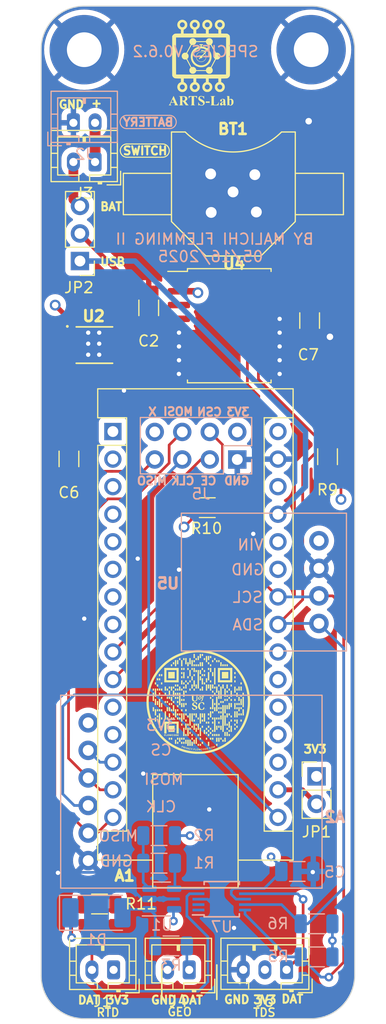
<source format=kicad_pcb>
(kicad_pcb (version 20241229) (generator "pcbnew") (generator_version "9.0")
  (layers (0 "F.Cu" mixed "Single-GND-Front") (4 "In1.Cu" power "AGND Plane") (6 "In2.Cu" power "3V3 Power Plane") (2 "B.Cu" mixed "Single-GND-Back") (13 "F.Paste" user) (15 "B.Paste" user) (5 "F.SilkS" user "F.Silkscreen") (7 "B.SilkS" user "B.Silkscreen") (1 "F.Mask" user) (3 "B.Mask" user) (25 "Edge.Cuts" user))
  (net 0 "")
  (net 4 "GND")
  (net 9 "CE")
  (net 10 "CSN")
  (net 11 "RTD")
  (net 13 "SD_CS")
  (net 14 "MOSI")
  (net 15 "MISO")
  (net 16 "CLK")
  (net 17 "3V3")
  (net 18 "Net-(JP2-C)")
  (net 19 "EC_DATA")
  (net 23 "SDA")
  (net 24 "SCL")
  (net 28 "Net-(BT1-+)")
  (net 29 "BATT")
  (net 31 "GEOPHONE")
  (net 32 "GNDA")
  (net 37 "Net-(D1-A)")
  (net 38 "Net-(U7-AIN1)")
  (net 39 "Net-(U1--)")
  (net 45 "Net-(A1-3V3)")
  (net 46 "+BATT")
  (net 47 "5V0")
  (footprint "Connector_PinSocket_2.54mm:PinSocket_2x04_P2.54mm_Vertical" (layer "F.Cu") (at 180.93 94.11 -90)
    (property "Reference" "J5" (at 3.172 3.35 0) (layer "B.SilkS") (effects (justify mirror)))
    (property "Value" "Conn_02x04")
    (pad "1" thru_hole rect (at 0 0 270) (size 1.7 1.7) (drill 1) (layers "*.Cu" "*.Mask") (net 4 "GND"))
    (pad "2" thru_hole oval (at -2.54 0 270) (size 1.7 1.7) (drill 1) (layers "*.Cu" "*.Mask") (net 17 "3V3"))
    (pad "3" thru_hole oval (at 0 2.54 270) (size 1.7 1.7) (drill 1) (layers "*.Cu" "*.Mask") (net 9 "CE"))
    (pad "4" thru_hole oval (at -2.54 2.54 270) (size 1.7 1.7) (drill 1) (layers "*.Cu" "*.Mask") (net 10 "CSN"))
    (pad "5" thru_hole oval (at 0 5.08 270) (size 1.7 1.7) (drill 1) (layers "*.Cu" "*.Mask") (net 16 "CLK"))
    (pad "6" thru_hole oval (at -2.54 5.08 270) (size 1.7 1.7) (drill 1) (layers "*.Cu" "*.Mask") (net 14 "MOSI"))
    (pad "7" thru_hole oval (at 0 7.62 270) (size 1.7 1.7) (drill 1) (layers "*.Cu" "*.Mask") (net 15 "MISO"))
    (pad "8" thru_hole oval (at -2.54 7.62 270) (size 1.7 1.7) (drill 1) (layers "*.Cu" "*.Mask"))
  )
  (footprint "MountingHole:MountingHole_3.2mm_M3_Pad" (layer "F.Cu") (at 166.8 56.34)
    (property "Reference" "H1" (hide yes))
    (property "Value" "MountingHole_Pad")
    (pad "1" thru_hole circle (at 0 0) (size 6.4 6.4) (drill 3.2) (layers "*.Cu" "*.Mask") (net 4 "GND"))
  )
  (footprint "Connector_PinHeader_2.54mm:PinHeader_1x02_P2.54mm_Vertical" (layer "F.Cu") (at 188.248 123.316)
    (property "Reference" "JP1" (at 0 5.114 0) (layer "F.SilkS"))
    (property "Value" "Jumper_2")
    (pad "1" thru_hole rect (at 0 0) (size 1.7 1.7) (drill 1) (layers "*.Cu" "*.Mask") (net 17 "3V3"))
    (pad "2" thru_hole oval (at 0 2.54) (size 1.7 1.7) (drill 1) (layers "*.Cu" "*.Mask") (net 45 "Net-(A1-3V3)"))
  )
  (footprint "kitest:battery_holder_10mm" (layer "F.Cu") (at 180.57 69.64)
    (property "Reference" "BT1" (at -0.04 -5.99 180) (layer "F.SilkS") (effects (font (thickness 0.25) (bold yes))))
    (property "Value" "Battery_Cell")
    (pad "1" smd rect (at -8.255 0 270) (size 3.5 3.5) (layers "F.Cu" "F.Mask") (net 28 "Net-(BT1-+)"))
    (pad "1" smd rect (at 8.255 0 270) (size 3.5 3.5) (layers "F.Cu" "F.Mask") (net 28 "Net-(BT1-+)"))
    (pad "2" smd circle (at 0 0 270) (size 8 8) (layers "F.Cu" "F.Mask") (net 4 "GND"))
  )
  (footprint "custom:JST_PH_B3B-PH-K_1x03_P2.00mm_Vertical" (layer "F.Cu") (at 185.48 141.14 180)
    (property "Reference" "J6" (at 2 -2.9 180) (layer "F.SilkS"))
    (property "Value" "EC")
    (pad "1" thru_hole roundrect (at 0 0 180) (size 1.2 1.75) (drill 0.75) (layers "*.Cu" "*.Mask") (roundrect_rratio 0.208333) (net 19 "EC_DATA"))
    (pad "2" thru_hole oval (at 2 0 180) (size 1.2 1.75) (drill 0.75) (layers "*.Cu" "*.Mask") (net 17 "3V3"))
    (pad "3" thru_hole oval (at 4 0 180) (size 1.2 1.75) (drill 0.75) (layers "*.Cu" "*.Mask") (net 4 "GND"))
  )
  (footprint "kitest:ARTS_lab_logo" (layer "F.Cu") (at 177.58 57.53)
    (property "Reference" "G***" (hide yes))
    (property "Value" "LOGO" (hide yes))
  )
  (footprint "footprint:RH_8_1_ADI" (layer "F.Cu") (at 167.739 83.565)
    (property "Reference" "U2" (at -0.065 -2.667 0) (layer "F.SilkS") (effects (font (thickness 0.25) (bold yes))))
    (property "Value" "ADP124ARHZ-3.3-R7")
    (pad "1" smd rect (at -2.174999 -0.974999) (size 1.4112 0.4508) (layers "F.Cu" "F.Mask" "F.Paste") (net 17 "3V3"))
    (pad "2" smd rect (at -2.174999 -0.325001) (size 1.4112 0.4508) (layers "F.Cu" "F.Mask" "F.Paste") (net 17 "3V3"))
    (pad "3" smd rect (at -2.174999 0.325001) (size 1.4112 0.4508) (layers "F.Cu" "F.Mask" "F.Paste") (net 17 "3V3"))
    (pad "4" smd rect (at -2.174999 0.974999) (size 1.4112 0.4508) (layers "F.Cu" "F.Mask" "F.Paste") (net 4 "GND"))
    (pad "5" smd rect (at 2.174999 0.974999) (size 1.4112 0.4508) (layers "F.Cu" "F.Mask" "F.Paste") (net 18 "Net-(JP2-C)"))
    (pad "6" smd rect (at 2.174999 0.325001) (size 1.4112 0.4508) (layers "F.Cu" "F.Mask" "F.Paste"))
    (pad "7" smd rect (at 2.174999 -0.325001) (size 1.4112 0.4508) (layers "F.Cu" "F.Mask" "F.Paste") (net 18 "Net-(JP2-C)"))
    (pad "8" smd rect (at 2.174999 -0.974999) (size 1.4112 0.4508) (layers "F.Cu" "F.Mask" "F.Paste") (net 18 "Net-(JP2-C)"))
    (pad "EPAD" smd rect (at 0 0) (size 1.83 2.26) (layers "F.Cu" "F.Mask" "F.Paste") (net 4 "GND"))
  )
  (footprint "Resistor_SMD:R_1206_3216Metric" (layer "F.Cu") (at 189.264 93.852 90)
    (property "Reference" "R9" (at -3.048 0 180) (layer "F.SilkS"))
    (property "Value" "R_1kOhm")
    (pad "1" smd roundrect (at -1.4625 0 90) (size 1.125 1.75) (layers "F.Cu" "F.Mask" "F.Paste") (roundrect_rratio 0.222222) (net 17 "3V3"))
    (pad "2" smd roundrect (at 1.4625 0 90) (size 1.125 1.75) (layers "F.Cu" "F.Mask" "F.Paste") (roundrect_rratio 0.222222) (net 23 "SDA"))
  )
  (footprint "Connector_PinHeader_2.54mm:PinHeader_1x03_P2.54mm_Vertical" (layer "F.Cu") (at 166.404 75.818 180)
    (property "Reference" "JP2" (at 0.094 -2.452 0) (layer "F.SilkS"))
    (property "Value" "Jumper_3")
    (pad "1" thru_hole rect (at 0 0 180) (size 1.7 1.7) (drill 1) (layers "*.Cu" "*.Mask") (net 47 "5V0"))
    (pad "2" thru_hole oval (at 0 2.54 180) (size 1.7 1.7) (drill 1) (layers "*.Cu" "*.Mask") (net 18 "Net-(JP2-C)"))
    (pad "3" thru_hole oval (at 0 5.08 180) (size 1.7 1.7) (drill 1) (layers "*.Cu" "*.Mask") (net 29 "BATT"))
  )
  (footprint "custom:JST_PH_B2B-PH-K_1x02_P2.00mm_Vertical" (layer "F.Cu") (at 176.49 141.15 180)
    (property "Reference" "J4" (at 1 -2.9 180) (layer "F.SilkS"))
    (property "Value" "GEO")
    (pad "1" thru_hole roundrect (at 0 0 180) (size 1.2 1.75) (drill 0.75) (layers "*.Cu" "*.Mask") (roundrect_rratio 0.208333) (net 31 "GEOPHONE"))
    (pad "2" thru_hole oval (at 2 0 180) (size 1.2 1.75) (drill 0.75) (layers "*.Cu" "*.Mask") (net 32 "GNDA"))
  )
  (footprint "Capacitor_SMD:C_1206_3216Metric" (layer "F.Cu") (at 165.388 94.057 -90)
    (property "Reference" "C6" (at 3.097 0 0) (layer "F.SilkS"))
    (property "Value" "C_1uF")
    (pad "1" smd roundrect (at -1.475 0 270) (size 1.15 1.8) (layers "F.Cu" "F.Mask" "F.Paste") (roundrect_rratio 0.217391) (net 17 "3V3"))
    (pad "2" smd roundrect (at 1.475 0 270) (size 1.15 1.8) (layers "F.Cu" "F.Mask" "F.Paste") (roundrect_rratio 0.217391) (net 4 "GND"))
  )
  (footprint "Resistor_SMD:R_1206_3216Metric" (layer "F.Cu") (at 168.21 135.08 180)
    (property "Reference" "R11" (at -3.83 0.01 180) (layer "F.SilkS"))
    (property "Value" "R_10K")
    (pad "1" smd roundrect (at -1.4625 0 180) (size 1.125 1.75) (layers "F.Cu" "F.Mask" "F.Paste") (roundrect_rratio 0.222222) (net 11 "RTD"))
    (pad "2" smd roundrect (at 1.4625 0 180) (size 1.125 1.75) (layers "F.Cu" "F.Mask" "F.Paste") (roundrect_rratio 0.222222) (net 32 "GNDA"))
  )
  (footprint "Module:Arduino_Nano" (layer "F.Cu") (at 169.445 91.535)
    (property "Reference" "A1" (at 1.085 40.935 180) (layer "F.SilkS") (effects (font (thickness 0.25) (bold yes))))
    (property "Value" "Arduino Nano")
    (pad "1" thru_hole rect (at 0 0) (size 1.6 1.6) (drill 1) (layers "*.Cu" "*.Mask"))
    (pad "2" thru_hole oval (at 0 2.54) (size 1.6 1.6) (drill 1) (layers "*.Cu" "*.Mask"))
    (pad "3" thru_hole oval (at 0 5.08) (size 1.6 1.6) (drill 1) (layers "*.Cu" "*.Mask"))
    (pad "4" thru_hole oval (at 0 7.62) (size 1.6 1.6) (drill 1) (layers "*.Cu" "*.Mask") (net 32 "GNDA"))
    (pad "5" thru_hole oval (at 0 10.16) (size 1.6 1.6) (drill 1) (layers "*.Cu" "*.Mask"))
    (pad "6" thru_hole oval (at 0 12.7) (size 1.6 1.6) (drill 1) (layers "*.Cu" "*.Mask"))
    (pad "7" thru_hole oval (at 0 15.24) (size 1.6 1.6) (drill 1) (layers "*.Cu" "*.Mask"))
    (pad "8" thru_hole oval (at 0 17.78) (size 1.6 1.6) (drill 1) (layers "*.Cu" "*.Mask"))
    (pad "9" thru_hole oval (at 0 20.32) (size 1.6 1.6) (drill 1) (layers "*.Cu" "*.Mask") (net 9 "CE"))
    (pad "10" thru_hole oval (at 0 22.86) (size 1.6 1.6) (drill 1) (layers "*.Cu" "*.Mask") (net 10 "CSN"))
    (pad "11" thru_hole oval (at 0 25.4) (size 1.6 1.6) (drill 1) (layers "*.Cu" "*.Mask"))
    (pad "12" thru_hole oval (at 0 27.94) (size 1.6 1.6) (drill 1) (layers "*.Cu" "*.Mask"))
    (pad "13" thru_hole oval (at 0 30.48) (size 1.6 1.6) (drill 1) (layers "*.Cu" "*.Mask") (net 13 "SD_CS"))
    (pad "14" thru_hole oval (at 0 33.02) (size 1.6 1.6) (drill 1) (layers "*.Cu" "*.Mask") (net 14 "MOSI"))
    (pad "15" thru_hole oval (at 0 35.56) (size 1.6 1.6) (drill 1) (layers "*.Cu" "*.Mask") (net 15 "MISO"))
    (pad "16" thru_hole oval (at 15.24 35.56) (size 1.6 1.6) (drill 1) (layers "*.Cu" "*.Mask") (net 16 "CLK"))
    (pad "17" thru_hole oval (at 15.24 33.02) (size 1.6 1.6) (drill 1) (layers "*.Cu" "*.Mask") (net 45 "Net-(A1-3V3)"))
    (pad "18" thru_hole oval (at 15.24 30.48) (size 1.6 1.6) (drill 1) (layers "*.Cu" "*.Mask") (net 17 "3V3"))
    (pad "19" thru_hole oval (at 15.24 27.94) (size 1.6 1.6) (drill 1) (layers "*.Cu" "*.Mask"))
    (pad "20" thru_hole oval (at 15.24 25.4) (size 1.6 1.6) (drill 1) (layers "*.Cu" "*.Mask"))
    (pad "21" thru_hole oval (at 15.24 22.86) (size 1.6 1.6) (drill 1) (layers "*.Cu" "*.Mask"))
    (pad "22" thru_hole oval (at 15.24 20.32) (size 1.6 1.6) (drill 1) (layers "*.Cu" "*.Mask"))
    (pad "23" thru_hole oval (at 15.24 17.78) (size 1.6 1.6) (drill 1) (layers "*.Cu" "*.Mask") (net 23 "SDA"))
    (pad "24" thru_hole oval (at 15.24 15.24) (size 1.6 1.6) (drill 1) (layers "*.Cu" "*.Mask") (net 24 "SCL"))
    (pad "25" thru_hole oval (at 15.24 12.7) (size 1.6 1.6) (drill 1) (layers "*.Cu" "*.Mask"))
    (pad "26" thru_hole oval (at 15.24 10.16) (size 1.6 1.6) (drill 1) (layers "*.Cu" "*.Mask"))
    (pad "27" thru_hole oval (at 15.24 7.62) (size 1.6 1.6) (drill 1) (layers "*.Cu" "*.Mask") (net 47 "5V0"))
    (pad "28" thru_hole oval (at 15.24 5.08) (size 1.6 1.6) (drill 1) (layers "*.Cu" "*.Mask"))
    (pad "29" thru_hole oval (at 15.24 2.54) (size 1.6 1.6) (drill 1) (layers "*.Cu" "*.Mask") (net 4 "GND"))
    (pad "30" thru_hole oval (at 15.24 0) (size 1.6 1.6) (drill 1) (layers "*.Cu" "*.Mask"))
  )
  (footprint "custom:JST_PH_B2B-PH-K_1x02_P2.00mm_Vertical" (layer "F.Cu") (at 169.51 141.15 180)
    (property "Reference" "J1" (at 1 -2.9 180) (layer "F.SilkS"))
    (property "Value" "RTD")
    (pad "1" thru_hole roundrect (at 0 0 180) (size 1.2 1.75) (drill 0.75) (layers "*.Cu" "*.Mask") (roundrect_rratio 0.208333) (net 17 "3V3"))
    (pad "2" thru_hole oval (at 2 0 180) (size 1.2 1.75) (drill 0.75) (layers "*.Cu" "*.Mask") (net 11 "RTD"))
  )
  (footprint "Capacitor_SMD:C_1206_3216Metric" (layer "F.Cu") (at 172.754 80.136 90)
    (property "Reference" "C2" (at -3.048 0 180) (layer "F.SilkS"))
    (property "Value" "C_1uF")
    (pad "1" smd roundrect (at -1.475 0 90) (size 1.15 1.8) (layers "F.Cu" "F.Mask" "F.Paste") (roundrect_rratio 0.217391) (net 18 "Net-(JP2-C)"))
    (pad "2" smd roundrect (at 1.475 0 90) (size 1.15 1.8) (layers "F.Cu" "F.Mask" "F.Paste") (roundrect_rratio 0.217391) (net 4 "GND"))
  )
  (footprint "Package_SO:SOIC-16W_7.5x10.3mm_P1.27mm" (layer "F.Cu") (at 180.19 81.78)
    (property "Reference" "U4" (at 0.438 -5.708 0) (layer "F.SilkS") (effects (font (thickness 0.25) (bold yes))))
    (property "Value" "DS3231M")
    (pad "1" smd roundrect (at -4.65 -4.445) (size 2.05 0.6) (layers "F.Cu" "F.Mask" "F.Paste"))
    (pad "2" smd roundrect (at -4.65 -3.175) (size 2.05 0.6) (layers "F.Cu" "F.Mask" "F.Paste") (net 17 "3V3"))
    (pad "3" smd roundrect (at -4.65 -1.905) (size 2.05 0.6) (layers "F.Cu" "F.Mask" "F.Paste"))
    (pad "4" smd roundrect (at -4.65 -0.635) (size 2.05 0.6) (layers "F.Cu" "F.Mask" "F.Paste"))
    (pad "5" smd roundrect (at -4.65 0.635) (size 2.05 0.6) (layers "F.Cu" "F.Mask" "F.Paste") (net 4 "GND"))
    (pad "6" smd roundrect (at -4.65 1.905) (size 2.05 0.6) (layers "F.Cu" "F.Mask" "F.Paste") (net 4 "GND"))
    (pad "7" smd roundrect (at -4.65 3.175) (size 2.05 0.6) (layers "F.Cu" "F.Mask" "F.Paste") (net 4 "GND"))
    (pad "8" smd roundrect (at -4.65 4.445) (size 2.05 0.6) (layers "F.Cu" "F.Mask" "F.Paste") (net 4 "GND"))
    (pad "9" smd roundrect (at 4.65 4.445) (size 2.05 0.6) (layers "F.Cu" "F.Mask" "F.Paste") (net 4 "GND"))
    (pad "10" smd roundrect (at 4.65 3.175) (size 2.05 0.6) (layers "F.Cu" "F.Mask" "F.Paste") (net 4 "GND"))
    (pad "11" smd roundrect (at 4.65 1.905) (size 2.05 0.6) (layers "F.Cu" "F.Mask" "F.Paste") (net 4 "GND"))
    (pad "12" smd roundrect (at 4.65 0.635) (size 2.05 0.6) (layers "F.Cu" "F.Mask" "F.Paste") (net 4 "GND"))
    (pad "13" smd roundrect (at 4.65 -0.635) (size 2.05 0.6) (layers "F.Cu" "F.Mask" "F.Paste") (net 4 "GND"))
    (pad "14" smd roundrect (at 4.65 -1.905) (size 2.05 0.6) (layers "F.Cu" "F.Mask" "F.Paste") (net 28 "Net-(BT1-+)"))
    (pad "15" smd roundrect (at 4.65 -3.175) (size 2.05 0.6) (layers "F.Cu" "F.Mask" "F.Paste") (net 23 "SDA"))
    (pad "16" smd roundrect (at 4.65 -4.445) (size 2.05 0.6) (layers "F.Cu" "F.Mask" "F.Paste") (net 24 "SCL"))
  )
  (footprint "custom:JST_PH_B2B-PH-K_1x02_P2.00mm_Vertical" (layer "F.Cu") (at 167.8 66.69 180)
    (property "Reference" "J3" (at 1 -2.9 180) (layer "F.SilkS"))
    (property "Value" "Conn_01x02")
    (pad "1" thru_hole roundrect (at 0 0 180) (size 1.2 1.75) (drill 0.75) (layers "*.Cu" "*.Mask") (roundrect_rratio 0.208333) (net 46 "+BATT"))
    (pad "2" thru_hole oval (at 2 0 180) (size 1.2 1.75) (drill 0.75) (layers "*.Cu" "*.Mask") (net 29 "BATT"))
  )
  (footprint "MountingHole:MountingHole_3.2mm_M3_Pad" (layer "F.Cu") (at 187.75 56.34)
    (property "Reference" "H2" (hide yes))
    (property "Value" "MountingHole_Pad")
    (pad "1" thru_hole circle (at 0 0) (size 6.4 6.4) (drill 3.2) (layers "*.Cu" "*.Mask") (net 4 "GND"))
  )
  (footprint "Capacitor_SMD:C_1206_3216Metric" (layer "F.Cu") (at 187.61 81.306 90)
    (property "Reference" "C7" (at -3.148 -0.124 180) (layer "F.SilkS"))
    (property "Value" "C_0.1uF")
    (pad "1" smd roundrect (at -1.475 0 90) (size 1.15 1.8) (layers "F.Cu" "F.Mask" "F.Paste") (roundrect_rratio 0.217391) (net 4 "GND"))
    (pad "2" smd roundrect (at 1.475 0 90) (size 1.15 1.8) (layers "F.Cu" "F.Mask" "F.Paste") (roundrect_rratio 0.217391) (net 28 "Net-(BT1-+)"))
  )
  (footprint "Resistor_SMD:R_1206_3216Metric" (layer "F.Cu") (at 178.16 98.55)
    (property "Reference" "R10" (at -0.072 1.906 0) (layer "F.SilkS"))
    (property "Value" "R_1kOhm")
    (pad "1" smd roundrect (at -1.4625 0) (size 1.125 1.75) (layers "F.Cu" "F.Mask" "F.Paste") (roundrect_rratio 0.222222) (net 17 "3V3"))
    (pad "2" smd roundrect (at 1.4625 0) (size 1.125 1.75) (layers "F.Cu" "F.Mask" "F.Paste") (roundrect_rratio 0.222222) (net 24 "SCL"))
  )
  (footprint "kitest:qrCode" (layer "B.Cu") (at 177.326 116.458 180)
    (property "Reference" "G***" (hide yes))
    (property "Value" "LOGO" (hide yes))
  )
  (footprint "kitest:SD Module" (layer "B.Cu") (at 178.595 134.8895 180)
    (property "Reference" "A2" (at -11.337 7.83 0) (layer "B.SilkS") (effects (font (thickness 0.25) (bold yes)) (justify mirror)))
    (property "Value" "SD_Card_Module")
    (fp_text user "3V3" (at 4.699 16.288 0) (layer "B.SilkS") (effects (justify mirror)))
    (fp_text user "CLK" (at 4.7066 8.7785 0) (layer "B.SilkS") (effects (justify mirror)))
    (fp_text user "MOSI" (at 4.445 11.303 0) (layer "B.SilkS") (effects (justify mirror)))
    (fp_text user "CS" (at 4.699 14.002 0) (layer "B.SilkS") (effects (justify mirror)))
    (fp_text user "MISO" (at 8.6436 6.0861 0) (layer "B.SilkS") (effects (justify mirror)))
    (fp_text user "GND" (at 8.8214 3.766 0) (layer "B.SilkS") (effects (justify mirror)))
    (pad "1" thru_hole circle (at 11.43 16.51 180) (size 1.8 1.8) (drill 1) (layers "*.Cu" "*.Mask") (net 17 "3V3"))
    (pad "2" thru_hole circle (at 11.43 13.97 180) (size 1.8 1.8) (drill 1) (layers "*.Cu" "*.Mask") (net 13 "SD_CS"))
    (pad "3" thru_hole circle (at 11.43 11.43 180) (size 1.8 1.8) (drill 1) (layers "*.Cu" "*.Mask") (net 14 "MOSI"))
    (pad "4" thru_hole circle (at 11.43 8.89 180) (size 1.8 1.8) (drill 1) (layers "*.Cu" "*.Mask") (net 16 "CLK"))
    (pad "5" thru_hole circle (at 11.43 6.35 180) (size 1.8 1.8) (drill 1) (layers "*.Cu" "*.Mask") (net 15 "MISO"))
    (pad "6" thru_hole circle (at 11.43 3.81 180) (size 1.8 1.8) (drill 1) (layers "*.Cu" "*.Mask") (net 4 "GND"))
  )
  (footprint "Resistor_SMD:R_1206_3216Metric" (layer "B.Cu") (at 188.248 139.954 180)
    (property "Reference" "R5" (at 3.5392 0.0508 0) (layer "B.SilkS") (effects (justify mirror)))
    (property "Value" "R_10K")
    (pad "1" smd roundrect (at -1.4625 0 180) (size 1.125 1.75) (layers "B.Cu" "B.Mask" "B.Paste") (roundrect_rratio 0.222222) (net 17 "3V3"))
    (pad "2" smd roundrect (at 1.4625 0 180) (size 1.125 1.75) (layers "B.Cu" "B.Mask" "B.Paste") (roundrect_rratio 0.222222) (net 24 "SCL"))
  )
  (footprint "custom:JST_PH_B2B-PH-K_1x02_P2.00mm_Vertical" (layer "B.Cu") (at 165.8 63.08)
    (property "Reference" "J2" (at 1 2.9 180) (layer "B.SilkS") (effects (justify mirror)))
    (property "Value" "Conn_01x02")
    (pad "1" thru_hole roundrect (at 0 0) (size 1.2 1.75) (drill 0.75) (layers "*.Cu" "*.Mask") (roundrect_rratio 0.208333) (net 4 "GND"))
    (pad "2" thru_hole oval (at 2 0) (size 1.2 1.75) (drill 0.75) (layers "*.Cu" "*.Mask") (net 46 "+BATT"))
  )
  (footprint "Diode_SMD:D_MELF" (layer "B.Cu") (at 167.928 135.89)
    (property "Reference" "D1" (at 0 2.5 0) (layer "B.SilkS") (effects (justify mirror)))
    (property "Value" "SMZ1_770mV")
    (pad "1" smd roundrect (at -2.4 0) (size 1.5 2.7) (layers "B.Cu" "B.Mask" "B.Paste") (roundrect_rratio 0.1666666667) (net 32 "GNDA"))
    (pad "2" smd roundrect (at 2.4 0) (size 1.5 2.7) (layers "B.Cu" "B.Mask" "B.Paste") (roundrect_rratio 0.1666666667) (net 37 "Net-(D1-A)"))
  )
  (footprint "Resistor_SMD:R_1206_3216Metric" (layer "B.Cu") (at 173.7085 128.778)
    (property "Reference" "R2" (at 4.1423 -0.0254 0) (layer "B.SilkS") (effects (justify mirror)))
    (property "Value" "R_7.5K")
    (pad "1" smd roundrect (at -1.4625 0) (size 1.125 1.75) (layers "B.Cu" "B.Mask" "B.Paste") (roundrect_rratio 0.222222) (net 39 "Net-(U1--)"))
    (pad "2" smd roundrect (at 1.4625 0) (size 1.125 1.75) (layers "B.Cu" "B.Mask" "B.Paste") (roundrect_rratio 0.222222) (net 32 "GNDA"))
  )
  (footprint "kitest:BME260" (layer "B.Cu") (at 183.388 105.41)
    (property "Reference" "U5" (at -8.856 0.126 180) (layer "B.SilkS") (effects (font (thickness 0.25) (bold yes)) (justify mirror)))
    (property "Value" "BME260")
    (fp_text user "VIN" (at -1.236 -3.43 180) (layer "B.SilkS") (effects (justify mirror)))
    (fp_text user "GND" (at -1.49 -1.144 180) (layer "B.SilkS") (effects (justify mirror)))
    (fp_text user "SDA" (at -1.49 3.936 180) (layer "B.SilkS") (effects (justify mirror)))
    (fp_text user "SCL" (at -1.49 1.396 180) (layer "B.SilkS") (effects (justify mirror)))
    (pad "10" thru_hole circle (at 5.08 -1.27) (size 1.8 1.8) (drill 1) (layers "*.Cu" "*.Mask") (net 4 "GND"))
    (pad "11" thru_hole circle (at 5.08 1.27) (size 1.8 1.8) (drill 1) (layers "*.Cu" "*.Mask") (net 24 "SCL"))
    (pad "12" thru_hole circle (at 5.08 3.81) (size 1.8 1.8) (drill 1) (layers "*.Cu" "*.Mask") (net 23 "SDA"))
    (pad "13" thru_hole circle (at 5.08 -3.81) (size 1.8 1.8) (drill 1) (layers "*.Cu" "*.Mask") (net 17 "3V3"))
  )
  (footprint "Resistor_SMD:R_1206_3216Metric" (layer "B.Cu") (at 173.7085 131.318 180)
    (property "Reference" "R1" (at -4.1423 0.0254 0) (layer "B.SilkS") (effects (justify mirror)))
    (property "Value" "R_32K")
    (pad "1" smd roundrect (at -1.4625 0 180) (size 1.125 1.75) (layers "B.Cu" "B.Mask" "B.Paste") (roundrect_rratio 0.222222) (net 38 "Net-(U7-AIN1)"))
    (pad "2" smd roundrect (at 1.4625 0 180) (size 1.125 1.75) (layers "B.Cu" "B.Mask" "B.Paste") (roundrect_rratio 0.222222) (net 39 "Net-(U1--)"))
  )
  (footprint "Resistor_SMD:R_1206_3216Metric" (layer "B.Cu") (at 174.8135 138.938 180)
    (property "Reference" "R3" (at 0 -1.778 0) (layer "B.SilkS") (effects (justify mirror)))
    (property "Value" "R_100")
    (pad "1" smd roundrect (at -1.4625 0 180) (size 1.125 1.75) (layers "B.Cu" "B.Mask" "B.Paste") (roundrect_rratio 0.222222) (net 31 "GEOPHONE"))
    (pad "2" smd roundrect (at 1.4625 0 180) (size 1.125 1.75) (layers "B.Cu" "B.Mask" "B.Paste") (roundrect_rratio 0.222222) (net 37 "Net-(D1-A)"))
  )
  (footprint "Capacitor_SMD:C_1206_3216Metric" (layer "B.Cu") (at 186.47 132.08)
    (property "Reference" "C5" (at 3.462 0.0595 0) (layer "B.SilkS") (effects (justify mirror)))
    (property "Value" "C_0.1uF")
    (pad "1" smd roundrect (at -1.475 0) (size 1.15 1.8) (layers "B.Cu" "B.Mask" "B.Paste") (roundrect_rratio 0.217391) (net 17 "3V3"))
    (pad "2" smd roundrect (at 1.475 0) (size 1.15 1.8) (layers "B.Cu" "B.Mask" "B.Paste") (roundrect_rratio 0.217391) (net 4 "GND"))
  )
  (footprint "Package_TO_SOT_SMD:SOT-23-5" (layer "B.Cu") (at 173.9625 134.62)
    (property "Reference" "U1" (at 0 2.4 0) (layer "B.SilkS") (effects (justify mirror)))
    (property "Value" "LM321")
    (pad "1" smd roundrect (at -1.1375 0.95) (size 1.325 0.6) (layers "B.Cu" "B.Mask" "B.Paste") (net 37 "Net-(D1-A)"))
    (pad "2" smd roundrect (at -1.1375 0) (size 1.325 0.6) (layers "B.Cu" "B.Mask" "B.Paste") (net 4 "GND"))
    (pad "3" smd roundrect (at -1.1375 -0.95) (size 1.325 0.6) (layers "B.Cu" "B.Mask" "B.Paste") (net 39 "Net-(U1--)"))
    (pad "4" smd roundrect (at 1.1375 -0.95) (size 1.325 0.6) (layers "B.Cu" "B.Mask" "B.Paste") (net 38 "Net-(U7-AIN1)"))
    (pad "5" smd roundrect (at 1.1375 0.95) (size 1.325 0.6) (layers "B.Cu" "B.Mask" "B.Paste") (net 17 "3V3"))
  )
  (footprint "Package_SO:TSSOP-10_3x3mm_P0.5mm" (layer "B.Cu") (at 179.494 134.636)
    (property "Reference" "U7" (at 0 2.55 0) (layer "B.SilkS") (effects (justify mirror)))
    (property "Value" "ADS1115IDGS")
    (pad "1" smd rect (at -2.15 1) (size 1.1 0.25) (layers "B.Cu" "B.Mask" "B.Paste"))
    (pad "2" smd rect (at -2.15 0.5) (size 1.1 0.25) (layers "B.Cu" "B.Mask" "B.Paste"))
    (pad "3" smd rect (at -2.15 0) (size 1.1 0.25) (layers "B.Cu" "B.Mask" "B.Paste") (net 4 "GND"))
    (pad "4" smd rect (at -2.15 -0.5) (size 1.1 0.25) (layers "B.Cu" "B.Mask" "B.Paste") (net 11 "RTD"))
    (pad "5" smd rect (at -2.15 -1) (size 1.1 0.25) (layers "B.Cu" "B.Mask" "B.Paste") (net 38 "Net-(U7-AIN1)"))
    (pad "6" smd rect (at 2.15 -1) (size 1.1 0.25) (layers "B.Cu" "B.Mask" "B.Paste") (net 17 "3V3"))
    (pad "7" smd rect (at 2.15 -0.5) (size 1.1 0.25) (layers "B.Cu" "B.Mask" "B.Paste") (net 19 "EC_DATA"))
    (pad "8" smd rect (at 2.15 0) (size 1.1 0.25) (layers "B.Cu" "B.Mask" "B.Paste") (net 17 "3V3"))
    (pad "9" smd rect (at 2.15 0.5) (size 1.1 0.25) (layers "B.Cu" "B.Mask" "B.Paste") (net 23 "SDA"))
    (pad "10" smd rect (at 2.15 1) (size 1.1 0.25) (layers "B.Cu" "B.Mask" "B.Paste") (net 24 "SCL"))
  )
  (footprint "Resistor_SMD:R_1206_3216Metric" (layer "B.Cu") (at 188.248 136.906 180)
    (property "Reference" "R6" (at 3.566 0.024 0) (layer "B.SilkS") (effects (justify mirror)))
    (property "Value" "R_10K")
    (pad "1" smd roundrect (at -1.4625 0 180) (size 1.125 1.75) (layers "B.Cu" "B.Mask" "B.Paste") (roundrect_rratio 0.222222) (net 17 "3V3"))
    (pad "2" smd roundrect (at 1.4625 0 180) (size 1.125 1.75) (layers "B.Cu" "B.Mask" "B.Paste") (roundrect_rratio 0.222222) (net 23 "SDA"))
  )
  (gr_line (start 170.74 66.250737) (end 174.04 66.250737) (stroke (width 0.1)) (layer "F.SilkS"))
  (gr_arc (start 170.74 66.250737) (mid 170.308188 66.071838) (end 170.129263 65.64) (stroke (width 0.1)) (layer "F.SilkS"))
  (gr_arc (start 174.650737 65.640737) (mid 174.471856 66.072582) (end 174.04 66.251474) (stroke (width 0.1)) (layer "F.SilkS"))
  (gr_line (start 179.04 143.872) (end 179.04 140.7) (stroke (width 0.15)) (layer "F.SilkS"))
  (gr_line (start 174.04 65.03) (end 170.74 65.03) (stroke (width 0.1)) (layer "F.SilkS"))
  (gr_line (start 173.96 143.83) (end 173.96 140.72) (stroke (width 0.15)) (layer "F.SilkS"))
  (gr_arc (start 170.129263 65.64) (mid 170.308157 65.208157) (end 170.74 65.029263) (stroke (width 0.1)) (layer "F.SilkS"))
  (gr_arc (start 174.04 65.03) (mid 174.471887 65.208865) (end 174.650737 65.640737) (stroke (width 0.1)) (layer "F.SilkS"))
  (gr_arc (start 175.292588 63.002588) (mid 175.113707 63.434444) (end 174.681851 63.613325) (stroke (width 0.1)) (layer "B.SilkS"))
  (gr_arc (start 170.721851 63.612588) (mid 170.289989 63.433713) (end 170.111114 63.001851) (stroke (width 0.1)) (layer "B.SilkS"))
  (gr_line (start 170.721851 63.612588) (end 174.681851 63.612588) (stroke (width 0.1)) (layer "B.SilkS"))
  (gr_arc (start 174.681851 62.391851) (mid 175.113707 62.570732) (end 175.292588 63.002588) (stroke (width 0.1)) (layer "B.SilkS"))
  (gr_line (start 170.721851 62.391114) (end 174.681851 62.391114) (stroke (width 0.1)) (layer "B.SilkS"))
  (gr_arc (start 170.111114 63.001851) (mid 170.29 62.57) (end 170.721851 62.391114) (stroke (width 0.1)) (layer "B.SilkS"))
  (gr_arc (start 166.8 145.65) (mid 163.985715 144.484285) (end 162.82 141.67) (stroke (width 0.1)) (layer "Edge.Cuts"))
  (gr_line (start 162.82 141.67) (end 162.82 56.299988) (stroke (width 0.1)) (layer "Edge.Cuts"))
  (gr_arc (start 187.75 52.319988) (mid 190.592578 53.497422) (end 191.770012 56.34) (stroke (width 0.1)) (layer "Edge.Cuts"))
  (gr_line (start 187.75 145.65) (end 166.8 145.65) (stroke (width 0.1)) (layer "Edge.Cuts"))
  (gr_line (start 187.75 52.319988) (end 166.8 52.319988) (stroke (width 0.1)) (layer "Edge.Cuts"))
  (gr_line (start 191.770012 56.34) (end 191.770012 141.629988) (stroke (width 0.1)) (layer "Edge.Cuts"))
  (gr_arc (start 191.770012 141.629988) (mid 190.592578 144.472566) (end 187.75 145.65) (stroke (width 0.1)) (layer "Edge.Cuts"))
  (gr_arc (start 162.82 56.299988) (mid 163.985715 53.485703) (end 166.8 52.319988) (stroke (width 0.1)) (layer "Edge.Cuts"))
  (gr_text "GND" (at 164.35 61.84 0) (layer "F.SilkS") (effects (font (size 0.75 0.75) (thickness 0.1875) (bold yes)) (justify left bottom)))
  (gr_text "DAT" (at 184.91 144.28 0) (layer "F.SilkS") (effects (font (size 0.75 0.75) (thickness 0.1875) (bold yes)) (justify left bottom)))
  (gr_text "3V3" (at 182.32 144.35 0) (layer "F.SilkS") (effects (font (size 0.75 0.75) (thickness 0.1875) (bold yes)) (justify left bottom)))
  (gr_text "DAT" (at 175.64 144.37 0) (layer "F.SilkS") (effects (font (size 0.75 0.75) (thickness 0.1875) (bold yes)) (justify left bottom)))
  (gr_text "BAT" (at 168.182 71.246 0) (layer "F.SilkS") (effects (font (size 0.75 0.75) (thickness 0.1875) (bold yes)) (justify left bottom)))
  (gr_text "RTD" (at 168.99 145.08 0) (layer "F.SilkS") (effects (font (size 0.75 0.75))))
  (gr_text "GEO" (at 175.61 145.03 0) (layer "F.SilkS") (effects (font (size 0.75 0.75))))
  (gr_text "+" (at 167.35 61.7 0) (layer "F.SilkS") (effects (font (size 0.75 0.75) (thickness 0.1875) (bold yes)) (justify left bottom)))
  (gr_text "DAT" (at 166.12 144.37 0) (layer "F.SilkS") (effects (font (size 0.75 0.75) (thickness 0.1875) (bold yes)) (justify left bottom)))
  (gr_text "3V3" (at 186.96 121.25 0) (layer "F.SilkS") (effects (font (size 0.75 0.75) (thickness 0.1875) (bold yes)) (justify left bottom)))
  (gr_text "3V3" (at 168.73 144.37 0) (layer "F.SilkS") (effects (font (size 0.75 0.75) (thickness 0.1875) (bold yes)) (justify left bottom)))
  (gr_text "GND" (at 172.87 144.37 0) (layer "F.SilkS") (effects (font (size 0.75 0.75) (thickness 0.1875) (bold yes)) (justify left bottom)))
  (gr_text "SWITCH" (at 170.280737 66.095737 0) (layer "F.SilkS") (effects (font (size 0.75 0.75) (thickness 0.1875) (bold yes)) (justify left bottom)))
  (gr_text "GND" (at 179.62 144.33 0) (layer "F.SilkS") (effects (font (size 0.75 0.75) (thickness 0.1875) (bold yes)) (justify left bottom)))
  (gr_text "USB" (at 168.182 76.326 0) (layer "F.SilkS") (effects (font (size 0.75 0.75) (thickness 0.1875) (bold yes)) (justify left bottom)))
  (gr_text "TDS" (at 183.43 145.08 0) (layer "F.SilkS") (effects (font (size 0.75 0.75))))
  (gr_text "X" (at 173.58 90.154 0) (layer "B.SilkS") (effects (font (size 0.75 0.75) (thickness 0.1875) (bold yes)) (justify left bottom mirror)))
  (gr_text "BATTERY" (at 175.13 63.46 0) (layer "B.SilkS") (effects (font (size 0.75 0.75) (thickness 0.1875) (bold yes)) (justify left bottom mirror)))
  (gr_text "MOSI" (at 176.95 90.134 0) (layer "B.SilkS") (effects (font (size 0.75 0.75) (thickness 0.1875) (bold yes)) (justify left bottom mirror)))
  (gr_text "CSN" (at 179.612 90.17 0) (layer "B.SilkS") (effects (font (size 0.75 0.75) (thickness 0.1875) (bold yes)) (justify left bottom mirror)))
  (gr_text "CE" (at 179.104 96.52 0) (layer "B.SilkS") (effects (font (size 0.75 0.75) (thickness 0.1875) (bold yes)) (justify left bottom mirror)))
  (gr_text "BY MALICHI FLEMMING II \n05/16/2025" (at 178.461856 74.6 0) (layer "B.SilkS") (effects (font (size 1 1)) (justify mirror)))
  (gr_text "3V3" (at 182.152 90.17 0) (layer "B.SilkS") (effects (font (size 0.75 0.75) (thickness 0.1875) (bold yes)) (justify left bottom mirror)))
  (gr_text "MISO" (at 174.532 96.52 0) (layer "B.SilkS") (effects (font (size 0.75 0.75) (thickness 0.1875) (bold yes)) (justify left bottom mirror)))
  (gr_text "SPECIES V0.6.2" (at 177.072 56.514 0) (layer "B.SilkS") (effects (font (size 1 1)) (justify mirror)))
  (gr_text "GND" (at 182.152 96.52 0) (layer "B.SilkS") (effects (font (size 0.75 0.75) (thickness 0.1875) (bold yes)) (justify left bottom mirror)))
  (gr_text "CLK" (at 177.072 96.52 0) (layer "B.SilkS") (effects (font (size 0.75 0.75) (thickness 0.1875) (bold yes)) (justify left bottom mirror)))
  (segment (start 175.54 82.415) (end 175.54 86.225) (width 0.25) (layer "F.Cu") (net 4))
  (segment (start 184.84 81.145) (end 184.84 86.225) (width 0.25) (layer "F.Cu") (net 4))
  (segment (start 170.468 87.756) (end 167.739 85.027) (width 0.25) (layer "F.Cu") (net 4))
  (segment (start 187.61 82.781) (end 189.461 82.781) (width 0.25) (layer "F.Cu") (net 4))
  (segment (start 189.461 82.781) (end 189.484 82.804) (width 0.25) (layer "F.Cu") (net 4))
  (segment (start 167.739 85.027) (end 167.739 83.565) (width 0.25) (layer "F.Cu") (net 4))
  (via (at 184.84 83.692) (size 0.7) (drill 0.4) (layers "F.Cu" "B.Cu") (net 4))
  (via (at 180.628 137.286) (size 0.8) (drill 0.4) (layers "F.Cu" "B.Cu") (net 4))
  (via (at 164.372 132.206) (size 0.8) (drill 0.4) (layers "F.Cu" "B.Cu") (net 4))
  (via (at 182.69 71.3) (size 1.4) (drill 1) (layers "F.Cu" "B.Cu") (net 4))
  (via (at 178.52 71.34) (size 1.4) (drill 1) (layers "F.Cu" "B.Cu") (net 4))
  (via (at 168.182 83.438) (size 0.7) (drill 0.4) (layers "F.Cu" "B.Cu") (net 4))
  (via (at 178.47 67.79) (size 1.4) (drill 1) (layers "F.Cu" "B.Cu") (net 4))
  (via (at 171.738 103.25) (size 0.8) (drill 0.4) (layers "F.Cu" "B.Cu") (net 4))
  (via (at 168.182 84.454) (size 0.7) (drill 0.4) (layers "F.Cu" "B.Cu") (net 4))
  (via (at 184.84 81.152) (size 0.7) (drill 0.4) (layers "F.Cu" "B.Cu") (net 4))
  (via (at 184.84 84.962) (size 0.7) (drill 0.4) (layers "F.Cu" "B.Cu") (net 4))
  (via (at 189.484 82.804) (size 1) (drill 0.6) (layers "F.Cu" "B.Cu") (net 4))
  (via (at 167.166 82.422) (size 0.7) (drill 0.4) (layers "F.Cu" "B.Cu") (net 4))
  (via (at 184.84 86.225) (size 0.7) (drill 0.4) (layers "F.Cu" "B.Cu") (net 4))
  (via (at 166.8 108.78) (size 0.8) (drill 0.4) (layers "F.Cu" "B.Cu") (net 4))
  (via (at 168.182 82.422) (size 0.7) (drill 0.4) (layers "F.Cu" "B.Cu") (net 4))
  (via (at 184.84 82.422) (size 0.7) (drill 0.4) (layers "F.Cu" "B.Cu") (net 4))
  (via (at 182.55 67.86) (size 1.4) (drill 1) (layers "F.Cu" "B.Cu") (net 4))
  (via (at 175.548 104.266) (size 0.8) (drill 0.4) (layers "F.Cu" "B.Cu") (net 4))
  (via (at 175.548 84.962) (size 0.7) (drill 0.4) (layers "F.Cu" "B.Cu") (net 4))
  (via (at 187.52 62.93) (size 1) (drill 0.6) (layers "F.Cu" "B.Cu") (net 4))
  (via (at 180.54 69.45) (size 1.4) (drill 1) (layers "F.Cu" "B.Cu") (net 4))
  (via (at 175.54 86.225) (size 0.7) (drill 0.4) (layers "F.Cu" "B.Cu") (net 4))
  (via (at 175.548 83.692) (size 0.7) (drill 0.4) (layers "F.Cu" "B.Cu") (net 4))
  (via (at 175.548 82.422) (size 0.7) (drill 0.4) (layers "F.Cu" "B.Cu") (net 4))
  (via (at 172.246 123.062) (size 0.8) (drill 0.4) (layers "F.Cu" "B.Cu") (net 4))
  (via (at 170.468 87.756) (size 0.8) (drill 0.4) (layers "F.Cu" "B.Cu") (net 4))
  (via (at 182.406 100.964) (size 0.8) (drill 0.4) (layers "F.Cu" "B.Cu") (net 4))
  (via (at 178.342 126.364) (size 0.8) (drill 0.4) (layers "F.Cu" "B.Cu") (net 4))
  (via (at 187.9 132.1395) (size 0.8) (drill 0.4) (layers "F.Cu" "B.Cu") (net 4))
  (via (at 167.166 83.438) (size 0.7) (drill 0.4) (layers "F.Cu" "B.Cu") (net 4))
  (via (at 167.166 84.454) (size 0.7) (drill 0.4) (layers "F.Cu" "B.Cu") (net 4))
  (segment (start 178.169 134.636) (end 180.628 137.095) (width 0.25) (layer "B.Cu") (net 4))
  (segment (start 172.825 134.62) (end 172.1358 134.62) (width 0.25) (layer "B.Cu") (net 4))
  (segment (start 172.1358 134.62) (end 169.6778 132.162) (width 0.25) (layer "B.Cu") (net 4))
  (segment (start 169.6778 132.162) (end 164.416 132.162) (width 0.25) (layer "B.Cu") (net 4))
  (segment (start 180.628 137.095) (end 180.628 137.286) (width 0.25) (layer "B.Cu") (net 4))
  (segment (start 164.416 132.162) (end 164.372 132.206) (width 0.25) (layer "B.Cu") (net 4))
  (segment (start 177.344 134.636) (end 178.169 134.636) (width 0.25) (layer "B.Cu") (net 4))
  (segment (start 177.576 94.11) (end 178.39 94.11) (width 0.25) (layer "F.Cu") (net 9))
  (segment (start 173.897 107.403) (end 173.897 97.789) (width 0.25) (layer "F.Cu") (net 9))
  (segment (start 173.897 97.789) (end 177.576 94.11) (width 0.25) (layer "F.Cu") (net 9))
  (segment (start 169.445 111.855) (end 173.897 107.403) (width 0.25) (layer "F.Cu") (net 9))
  (segment (start 179.565 92.745) (end 179.565 96.375) (width 0.25) (layer "F.Cu") (net 10))
  (segment (start 178.14 105.7) (end 169.445 114.395) (width 0.25) (layer "F.Cu") (net 10))
  (segment (start 178.14 97.8) (end 178.14 105.7) (width 0.25) (layer "F.Cu") (net 10))
  (segment (start 179.565 96.375) (end 178.14 97.8) (width 0.25) (layer "F.Cu") (net 10))
  (segment (start 178.39 91.57) (end 179.565 92.745) (width 0.25) (layer "F.Cu") (net 10))
  (segment (start 167.51 139.27) (end 167.51 139.1225) (width 0.25) (layer "F.Cu") (net 11))
  (segment (start 167.51 139.27) (end 167.51 137.2425) (width 0.25) (layer "F.Cu") (net 11))
  (segment (start 167.51 141.15) (end 167.51 139.27) (width 0.25) (layer "F.Cu") (net 11))
  (segment (start 167.51 137.2425) (end 169.6725 135.08) (width 0.25) (layer "F.Cu") (net 11))
  (segment (start 177.35 143.11) (end 168.55 143.11) (width 0.25) (layer "B.Cu") (net 11))
  (segment (start 176.276 136.2) (end 176.31 136.2) (width 0.25) (layer "B.Cu") (net 11))
  (segment (start 176.276 134.379) (end 176.276 136.2) (width 0.25) (layer "B.Cu") (net 11))
  (segment (start 176.31 136.2) (end 178.22 138.11) (width 0.25) (layer "B.Cu") (net 11))
  (segment (start 177.344 134.136) (end 176.519 134.136) (width 0.25) (layer "B.Cu") (net 11))
  (segment (start 178.22 142.24) (end 177.35 143.11) (width 0.25) (layer "B.Cu") (net 11))
  (segment (start 176.519 134.136) (end 176.276 134.379) (width 0.25) (layer "B.Cu") (net 11))
  (segment (start 178.22 138.11) (end 178.22 142.24) (width 0.25) (layer "B.Cu") (net 11))
  (segment (start 168.55 143.11) (end 167.51 142.07) (width 0.25) (layer "B.Cu") (net 11))
  (segment (start 167.51 142.07) (end 167.51 141.15) (width 0.25) (layer "B.Cu") (net 11))
  (segment (start 168.2605 122.015) (end 169.445 122.015) (width 0.25) (layer "B.Cu") (net 13))
  (segment (start 167.165 120.9195) (end 168.2605 122.015) (width 0.25) (layer "B.Cu") (net 13))
  (segment (start 168.97901 97.74) (end 171.341701 97.74) (width 0.25) (layer "F.Cu") (net 14))
  (segment (start 165.6255 121.92) (end 166.25175 122.54625) (width 0.25) (layer "F.Cu") (net 14))
  (segment (start 168.2605 124.555) (end 169.445 124.555) (width 0.25) (layer "F.Cu") (net 14))
  (segment (start 174.64 94.441701) (end 174.64 92.78) (width 0.25) (layer "F.Cu") (net 14))
  (segment (start 174.64 92.78) (end 175.85 91.57) (width 0.25) (layer "F.Cu") (net 14))
  (segment (start 166.25175 122.54625) (end 165.35 121.6445) (width 0.25) (layer "F.Cu") (net 14))
  (segment (start 165.35 121.6445) (end 165.35 101.369009) (width 0.25) (layer "F.Cu") (net 14))
  (segment (start 171.341701 97.74) (end 174.64 94.441701) (width 0.25) (layer "F.Cu") (net 14))
  (segment (start 165.35 101.369009) (end 168.97901 97.74) (width 0.25) (layer "F.Cu") (net 14))
  (segment (start 166.25175 122.54625) (end 167.165 123.4595) (width 0.25) (layer "F.Cu") (net 14))
  (segment (start 167.165 123.4595) (end 168.2605 124.555) (width 0.25) (layer "F.Cu") (net 14))
  (segment (start 169.214 95.2) (end 169.418 95.2) (width 0.25) (layer "F.Cu") (net 15))
  (segment (start 169.445 127.095) (end 168.0005 128.5395) (width 0.25) (layer "F.Cu") (net 15))
  (segment (start 168.579 95.2) (end 164.084 99.695) (width 0.25) (layer "F.Cu") (net 15))
  (segment (start 164.084 100.965) (end 164.084 100.385008) (width 0.25) (layer "F.Cu") (net 15))
  (segment (start 164.084 99.695) (end 164.084 100.965) (width 0.25) (layer "F.Cu") (net 15))
  (segment (start 169.418 95.2) (end 168.579 95.2) (width 0.25) (layer "F.Cu") (net 15))
  (segment (start 167.165 128.5395) (end 164.084 125.4585) (width 0.25) (layer "F.Cu") (net 15))
  (segment (start 168.0005 128.5395) (end 167.165 128.5395) (width 0.25) (layer "F.Cu") (net 15))
  (segment (start 172.22 95.2) (end 173.31 94.11) (width 0.25) (layer "F.Cu") (net 15))
  (segment (start 169.418 95.2) (end 172.22 95.2) (width 0.25) (layer "F.Cu") (net 15))
  (segment (start 164.084 125.4585) (end 164.084 100.965) (width 0.25) (layer "F.Cu") (net 15))
  (segment (start 172.754 115.164) (end 172.754 97.206) (width 0.25) (layer "B.Cu") (net 16))
  (segment (start 175.827 118.237) (end 174.718 117.128) (width 0.25) (layer "B.Cu") (net 16))
  (segment (start 164.82 119.888) (end 164.82 116.866) (width 0.25) (layer "B.Cu") (net 16))
  (segment (start 164.82 124.942) (end 164.82 119.888) (width 0.25) (layer "B.Cu") (net 16))
  (segment (start 165.876 115.81) (end 173.4 115.81) (width 0.25) (layer "B.Cu") (net 16))
  (segment (start 164.82 119.888) (end 164.82 119.73) (width 0.25) (layer "B.Cu") (net 16))
  (segment (start 175.827 118.237) (end 184.685 127.095) (width 0.25) (layer "B.Cu") (net 16))
  (segment (start 164.82 116.866) (end 165.876 115.81) (width 0.25) (layer "B.Cu") (net 16))
  (segment (start 173.4 115.81) (end 174.718 117.128) (width 0.25) (layer "B.Cu") (net 16))
  (segment (start 172.754 97.206) (end 175.85 94.11) (width 0.25) (layer "B.Cu") (net 16))
  (segment (start 174.718 117.128) (end 172.754 115.164) (width 0.25) (layer "B.Cu") (net 16))
  (segment (start 165.8775 125.9995) (end 164.82 124.942) (width 0.25) (layer "B.Cu") (net 16))
  (segment (start 167.165 125.9995) (end 165.8775 125.9995) (width 0.25) (layer "B.Cu") (net 16))
  (segment (start 177.157 78.605) (end 177.292 78.74) (width 0.6) (layer "F.Cu") (net 17))
  (segment (start 176.6975 99.6545) (end 176.022 100.33) (width 0.25) (layer "F.Cu") (net 17))
  (segment (start 164.433401 83.889599) (end 165.083001 83.239999) (width 0.45) (layer "F.Cu") (net 17))
  (segment (start 190.5 96.5505) (end 190.5 97.79) (width 0.25) (layer "F.Cu") (net 17))
  (segment (start 164.118 79.882) (end 165.564001 81.328001) (width 0.45) (layer "F.Cu") (net 17))
  (segment (start 164.433401 91.627401) (end 164.433401 83.889599) (width 0.45) (layer "F.Cu") (net 17))
  (segment (start 175.54 78.605) (end 177.157 78.605) (width 0.6) (layer "F.Cu") (net 17))
  (segment (start 189.264 95.3145) (end 190.5 96.5505) (width 0.25) (layer "F.Cu") (net 17))
  (segment (start 165.388 92.582) (end 164.433401 91.627401) (width 0.45) (layer "F.Cu") (net 17))
  (segment (start 176.6975 98.55) (end 176.6975 99.6545) (width 0.25) (layer "F.Cu") (net 17))
  (segment (start 165.083001 83.239999) (end 165.564001 83.239999) (width 0.45) (layer "F.Cu") (net 17))
  (segment (start 165.564001 81.328001) (end 165.564001 83.890001) (width 0.45) (layer "F.Cu") (net 17))
  (via (at 164.118 79.882) (size 1) (drill 0.6) (layers "F.Cu" "B.Cu") (net 17))
  (via (at 184.05 130.7275) (size 0.8) (drill 0.4) (layers "F.Cu" "B.Cu") (net 17))
  (via (at 190.5 97.79) (size 1) (drill 0.6) (layers "F.Cu" "B.Cu") (net 17))
  (via (at 175.04 136.652) (size 0.8) (drill 0.4) (layers "F.Cu" "B.Cu") (net 17))
  (via (at 176.022 100.33) (size 1) (drill 0.6) (layers "F.Cu" "B.Cu") (net 17))
  (via (at 189.7105 138.46) (size 0.8) (drill 0.4) (layers "F.Cu" "B.Cu") (net 17))
  (via (at 177.292 78.74) (size 1) (drill 0.6) (layers "F.Cu" "B.Cu") (net 17))
  (segment (start 175.04 136.652) (end 175.04 135.63) (width 0.25) (layer "B.Cu") (net 17))
  (segment (start 180.819 134.636) (end 181.644 134.636) (width 0.25) (layer "B.Cu") (net 17))
  (segment (start 189.7105 138.46) (end 189.7105 136.906) (width 0.25) (layer "B.Cu") (net 17))
  (segment (start 184.995 132.08) (end 184.995 131.6725) (width 0.25) (layer "B.Cu") (net 17))
  (segment (start 180.374 134.191) (end 180.819 134.636) (width 0.25) (layer "B.Cu") (net 17))
  (segment (start 184.995 131.6725) (end 184.05 130.7275) (width 0.25) (layer "B.Cu") (net 17))
  (segment (start 183.439 133.636) (end 184.995 132.08) (width 0.25) (layer "B.Cu") (net 17))
  (segment (start 189.7105 139.954) (end 189.7105 138.46) (width 0.25) (layer "B.Cu") (net 17))
  (segment (start 175.04 135.63) (end 175.1 135.57) (width 0.25) (layer "B.Cu") (net 17))
  (segment (start 181.644 133.636) (end 180.596 133.636) (width 0.25) (layer "B.Cu") (net 17))
  (segment (start 180.374 133.858) (end 180.374 134.191) (width 0.25) (layer "B.Cu") (net 17))
  (segment (start 180.596 133.636) (end 180.374 133.858) (width 0.25) (layer "B.Cu") (net 17))
  (segment (start 181.644 133.636) (end 183.439 133.636) (width 0.25) (layer "B.Cu") (net 17))
  (segment (start 169.913999 76.787999) (end 169.913999 83.239999) (width 0.45) (layer "F.Cu") (net 18))
  (segment (start 169.913999 82.590001) (end 169.913999 83.239999) (width 0.45) (layer "F.Cu") (net 18))
  (segment (start 171.774999 82.590001) (end 171.774999 83.810001) (width 0.45) (layer "F.Cu") (net 18))
  (segment (start 171.774999 82.590001) (end 172.754 81.611) (width 0.45) (layer "F.Cu") (net 18))
  (segment (start 171.774999 83.810001) (end 171.045001 84.539999) (width 0.45) (layer "F.Cu") (net 18))
  (segment (start 171.045001 84.539999) (end 169.913999 84.539999) (width 0.45) (layer "F.Cu") (net 18))
  (segment (start 166.404 73.278) (end 169.913999 76.787999) (width 0.45) (layer "F.Cu") (net 18))
  (segment (start 169.913999 82.590001) (end 171.774999 82.590001) (width 0.45) (layer "F.Cu") (net 18))
  (segment (start 187.009 139.631) (end 186.989 139.631) (width 0.25) (layer "F.Cu") (net 19))
  (segment (start 187.009 134.651) (end 187.009 139.631) (width 0.25) (layer "F.Cu") (net 19))
  (segment (start 186.989 139.631) (end 185.48 141.14) (width 0.25) (layer "F.Cu") (net 19))
  (via (at 187.009 134.651) (size 0.8) (drill 0.4) (layers "F.Cu" "B.Cu") (net 19))
  (segment (start 186.494 134.136) (end 181.644 134.136) (width 0.25) (layer "B.Cu") (net 19))
  (segment (start 187.009 134.651) (end 186.494 134.136) (width 0.25) (layer "B.Cu") (net 19))
  (segment (start 183.4976 78.605) (end 184.84 78.605) (width 0.25) (layer "F.Cu") (net 23))
  (segment (start 189.264 92.3895) (end 188.5635 92.3895) (width 0.25) (layer "F.Cu") (net 23))
  (segment (start 186.97 107.03) (end 184.685 109.315) (width 0.25) (layer "F.Cu") (net 23))
  (segment (start 182.88 86.706) (end 182.88 79.2226) (width 0.25) (layer "F.Cu") (net 23))
  (segment (start 189.264 92.3895) (end 186.97 94.6835) (width 0.25) (layer "F.Cu") (net 23))
  (segment (start 188.5635 92.3895) (end 182.88 86.706) (width 0.25) (layer "F.Cu") (net 23))
  (segment (start 182.88 79.2226) (end 183.4976 78.605) (width 0.25) (layer "F.Cu") (net 23))
  (segment (start 186.97 94.6835) (end 186.97 107.03) (width 0.25) (layer "F.Cu") (net 23))
  (segment (start 188.468 109.22) (end 184.78 109.22) (width 0.25) (layer "B.Cu") (net 23))
  (segment (start 185.0155 135.136) (end 181.644 135.136) (width 0.25) (layer "B.Cu") (net 23))
  (segment (start 190.754 133.49) (end 190.754 111.506) (width 0.25) (layer "B.Cu") (net 23))
  (segment (start 190.754 133.586) (end 190.754 133.49) (width 0.25) (layer "B.Cu") (net 23))
  (segment (start 190.754 111.506) (end 188.468 109.22) (width 0.25) (layer "B.Cu") (net 23))
  (segment (start 187.434 136.906) (end 190.754 133.586) (width 0.25) (layer "B.Cu") (net 23))
  (segment (start 184.78 109.22) (end 184.685 109.315) (width 0.25) (layer "B.Cu") (net 23))
  (segment (start 186.7855 136.906) (end 185.0155 135.136) (width 0.25) (layer "B.Cu") (net 23))
  (segment (start 186.7855 136.906) (end 187.434 136.906) (width 0.25) (layer "B.Cu") (net 23))
  (segment (start 183.388 77.216) (end 181.864 78.74) (width 0.25) (layer "F.Cu") (net 24))
  (segment (start 190.754 107.696) (end 190.754 140.446) (width 0.25) (layer "F.Cu") (net 24))
  (segment (start 180.894 100.468) (end 180.894 102.984) (width 0.25) (layer "F.Cu") (net 24))
  (segment (start 179.6225 98.55) (end 179.6225 99.1965) (width 0.25) (layer "F.Cu") (net 24))
  (segment (start 184.84 77.335) (end 184.721 77.216) (width 0.25) (layer "F.Cu") (net 24))
  (segment (start 189.738 106.68) (end 190.754 107.696) (width 0.25) (layer "F.Cu") (net 24))
  (segment (start 179.6225 98.55) (end 182.914 95.2585) (width 0.25) (layer "F.Cu") (net 24))
  (segment (start 181.864 87.214) (end 182.914 88.264) (width 0.25) (layer "F.Cu") (net 24))
  (segment (start 184.685 106.775) (end 180.894 102.984) (width 0.25) (layer "F.Cu") (net 24))
  (segment (start 188.468 106.68) (end 189.738 106.68) (width 0.25) (layer "F.Cu") (net 24))
  (segment (start 179.6225 99.1965) (end 180.894 100.468) (width 0.25) (layer "F.Cu") (net 24))
  (segment (start 184.721 77.216) (end 183.388 77.216) (width 0.25) (layer "F.Cu") (net 24))
  (segment (start 190.754 140.446) (end 189.38 141.82) (width 0.25) (layer "F.Cu") (net 24))
  (segment (start 182.914 88.264) (end 182.914 95.2585) (width 0.25) (layer "F.Cu") (net 24))
  (segment (start 181.864 78.74) (end 181.864 87.214) (width 0.25) (layer "F.Cu") (net 24))
  (via (at 189.38 141.82) (size 0.8) (drill 0.4) (layers "F.Cu" "B.Cu") (net 24))
  (segment (start 181.644 135.636) (end 181.644 136.0256) (width 0.25) (layer "B.Cu") (net 24))
  (segment (start 181.644 136.0256) (end 185.5724 139.954) (width 0.25) (layer "B.Cu") (net 24))
  (segment (start 186.7855 139.954) (end 188.6515 141.82) (width 0.25) (layer "B.Cu") (net 24))
  (segment (start 185.5724 139.954) (end 186.7855 139.954) (width 0.25) (layer "B.Cu") (net 24))
  (segment (start 184.685 106.775) (end 188.373 106.775) (width 0.25) (layer "B.Cu") (net 24))
  (segment (start 188.6515 141.82) (end 189.38 141.82) (width 0.25) (layer "B.Cu") (net 24))
  (segment (start 188.373 106.775) (end 188.468 106.68) (width 0.25) (layer "B.Cu") (net 24))
  (segment (start 177.1396 75.4888) (end 172.315 70.6642) (width 0.6) (layer "F.Cu") (net 28))
  (segment (start 187.198 74.676) (end 188.825 73.049) (width 0.6) (layer "F.Cu") (net 28))
  (segment (start 186.0296 75.4888) (end 186.3852 75.4888) (width 0.6) (layer "F.Cu") (net 28))
  (segment (start 187.198 77.62) (end 187.198 78.191239) (width 0.6) (layer "F.Cu") (net 28))
  (segment (start 186.0296 75.4888) (end 177.1396 75.4888) (width 0.6) (layer "F.Cu") (net 28))
  (segment (start 187.198 77.62) (end 187.198 79.419) (width 0.6) (layer "F.Cu") (net 28))
  (segment (start 187.198 79.419) (end 187.61 79.831) (width 0.6) (layer "F.Cu") (net 28))
  (segment (start 172.315 70.6642) (end 172.315 69.64) (width 0.6) (layer "F.Cu") (net 28))
  (segment (start 188.825 73.049) (end 188.825 69.64) (width 0.6) (layer "F.Cu") (net 28))
  (segment (start 187.198 75.6412) (end 187.198 77.62) (width 0.6) (layer "F.Cu") (net 28))
  (segment (start 186.3852 75.4888) (end 187.198 74.676) (width 0.6) (layer "F.Cu") (net 28))
  (segment (start 186.742 79.875) (end 187.198 79.419) (width 0.6) (layer "F.Cu") (net 28))
  (segment (start 184.84 79.875) (end 186.742 79.875) (width 0.6) (layer "F.Cu") (net 28))
  (segment (start 187.198 75.6412) (end 187.198 74.676) (width 0.6) (layer "F.Cu") (net 28))
  (segment (start 185.514239 79.875) (end 184.84 79.875) (width 0.6) (layer "F.Cu") (net 28))
  (segment (start 165.8 70.134) (end 165.8 66.69) (width 0.9) (layer "F.Cu") (net 29))
  (segment (start 166.404 70.738) (end 165.8 70.134) (width 0.9) (layer "F.Cu") (net 29))
  (segment (start 176.276 140.936) (end 176.49 141.15) (width 0.25) (layer "B.Cu") (net 31))
  (segment (start 176.276 138.938) (end 176.276 140.936) (width 0.25) (layer "B.Cu") (net 31))
  (segment (start 166.7475 135.08) (end 165.642 136.1855) (width 0.25) (layer "F.Cu") (net 32))
  (segment (start 165.642 136.1855) (end 165.642 138.176) (width 0.25) (layer "F.Cu") (net 32))
  (via (at 165.642 138.176) (size 0.8) (drill 0.4) (layers "F.Cu" "B.Cu") (net 32))
  (via (at 176.564 128.778) (size 0.8) (drill 0.4) (layers "F.Cu" "B.Cu") (net 32))
  (segment (start 165.528 138.062) (end 165.642 138.176) (width 0.25) (layer "B.Cu") (net 32))
  (segment (start 165.528 135.89) (end 165.528 138.062) (width 0.25) (layer "B.Cu") (net 32))
  (segment (start 175.171 128.778) (end 176.564 128.778) (width 0.25) (layer "B.Cu") (net 32))
  (segment (start 173.0355 135.7805) (end 172.825 135.57) (width 0.25) (layer "B.Cu") (net 37))
  (segment (start 173.351 136.096) (end 172.825 135.57) (width 0.25) (layer "B.Cu") (net 37))
  (segment (start 172.825 135.57) (end 170.648 135.57) (width 0.25) (layer "B.Cu") (net 37))
  (segment (start 173.351 138.938) (end 173.351 136.096) (width 0.25) (layer "B.Cu") (net 37))
  (segment (start 170.648 135.57) (end 170.328 135.89) (width 0.25) (layer "B.Cu") (net 37))
  (segment (start 175.134 133.636) (end 175.1 133.67) (width 0.25) (layer "B.Cu") (net 38))
  (segment (start 175.171 133.599) (end 175.1 133.67) (width 0.25) (layer "B.Cu") (net 38))
  (segment (start 177.344 133.636) (end 175.134 133.636) (width 0.25) (layer "B.Cu") (net 38))
  (segment (start 175.171 131.318) (end 175.171 133.599) (width 0.25) (layer "B.Cu") (net 38))
  (segment (start 172.246 131.318) (end 172.246 133.091) (width 0.25) (layer "B.Cu") (net 39))
  (segment (start 172.246 133.091) (end 172.825 133.67) (width 0.25) (layer "B.Cu") (net 39))
  (segment (start 172.246 128.778) (end 172.246 131.318) (width 0.25) (layer "B.Cu") (net 39))
  (segment (start 186.947 124.555) (end 184.685 124.555) (width 0.45) (layer "F.Cu") (net 45))
  (segment (start 188.248 125.856) (end 186.947 124.555) (width 0.45) (layer "F.Cu") (net 45))
  (segment (start 167.8 63.08) (end 167.8 66.69) (width 1) (layer "F.Cu") (net 46))
  (segment (start 187.232 96.608) (end 184.685 99.155) (width 0.5) (layer "B.Cu") (net 47))
  (segment (start 171.484 75.818) (end 187.232 91.566) (width 0.5) (layer "B.Cu") (net 47))
  (segment (start 187.232 91.566) (end 187.232 96.608) (width 0.5) (layer "B.Cu") (net 47))
  (segment (start 166.404 75.818) (end 171.484 75.818) (width 0.5) (layer "B.Cu") (net 47))
  (zone (net 4) (net_name "GND") (layer "F.Cu") (priority 1) (connect_pads (clearance 0.508)) (min_thickness 0.25) (fill yes (thermal_gap 0.5) (thermal_bridge_width 0.5))
    (polygon (pts (xy 162.81 51.76) (xy 191.77 51.76) (xy 191.77 146.16) (xy 162.81 146.16)))
  )
  (zone (net 4) (net_name "GND") (layer "B.Cu") (priority 2) (connect_pads (clearance 0.508)) (min_thickness 0.25) (fill yes (thermal_gap 0.5) (thermal_bridge_width 0.5))
    (polygon (pts (xy 162.81 51.76) (xy 191.77 51.76) (xy 191.77 146.11) (xy 162.81 146.11)))
  )
)
</source>
